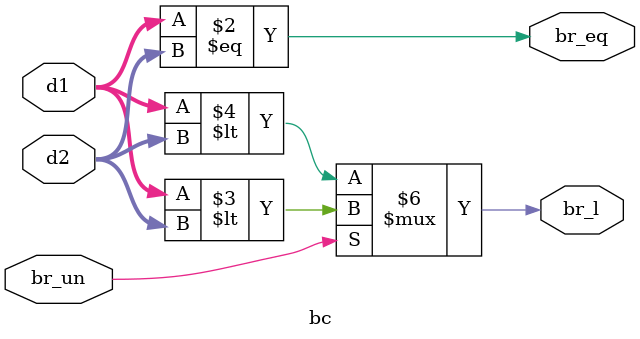
<source format=v>
module bc (
    input  [31:0] d1, //value of rs1
    input  [31:0] d2, //value of rs2
    input         br_un,   // 1 = unsigned compare, 0 = signed compare
    output reg    br_eq,
    output reg    br_l
);

    always @(*) begin
        // Equality flag
        br_eq = (d1 == d2);

        // Less-than flag
        if (br_un)
            br_l = (d1 < d2);   // unsigned compare
        else
            br_l = ($signed(d1) < $signed(d2)); // signed compare
    end

endmodule

</source>
